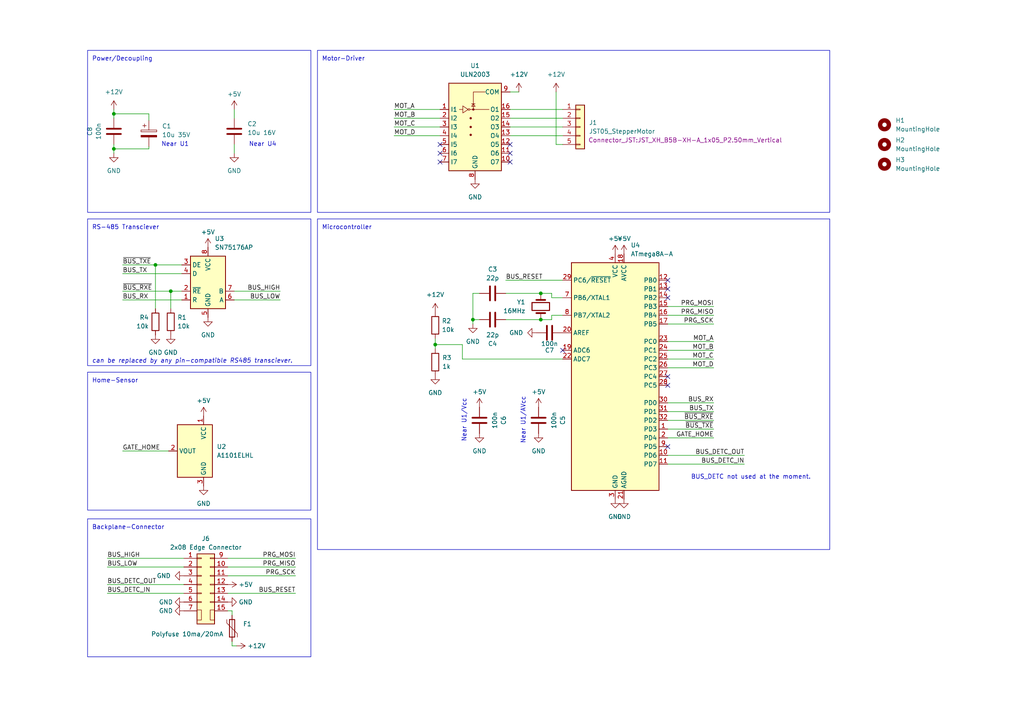
<source format=kicad_sch>
(kicad_sch (version 20231120) (generator "eeschema") (generator_version "8.0")
  (paper "A4")
  (title_block (title "Split-Flap Module Controller ") (date "2025-01-10") (rev "1") (company "Dennis Gunia www.dennisgunia.de") (comment 1 "Rev1 replaced U1 with dip variant"))
  (lib_symbols
    (symbol "Connector_Generic:Conn_01x05" (pin_names (offset 1.016) hide)
      (property "Reference" "J" (at 0 7.62 0))
      (property "Value" "Conn_01x05" (at 0 -7.62 0))
      (symbol "Conn_01x05_1_1"
        (rectangle (start -1.27 -4.953) (end 0 -5.207) (stroke (width 0.1524)))
        (rectangle (start -1.27 -2.413) (end 0 -2.667) (stroke (width 0.1524)))
        (rectangle (start -1.27 0.127) (end 0 -0.127) (stroke (width 0.1524)))
        (rectangle (start -1.27 2.667) (end 0 2.413) (stroke (width 0.1524)))
        (rectangle (start -1.27 5.207) (end 0 4.953) (stroke (width 0.1524)))
        (rectangle (start -1.27 6.35) (end 1.27 -6.35) (stroke (width 0.254)) (fill (type background)))
        (pin passive line (at -5.08 5.08 0) (length 3.81) (name "Pin_1") (number "1"))
        (pin passive line (at -5.08 2.54 0) (length 3.81) (name "Pin_2") (number "2"))
        (pin passive line (at -5.08 0 0) (length 3.81) (name "Pin_3") (number "3"))
        (pin passive line (at -5.08 -2.54 0) (length 3.81) (name "Pin_4") (number "4"))
        (pin passive line (at -5.08 -5.08 0) (length 3.81) (name "Pin_5") (number "5"))
      )
    )
    (symbol "Connector_Generic:Conn_02x08_Top_Bottom" (pin_names (offset 1.016) hide)
      (property "Reference" "J6" (at 1.27 13.335 0))
      (property "Value" "2x08 Edge Connector" (at 1.27 10.795 0))
      (symbol "Conn_02x08_Top_Bottom_1_1"
        (rectangle (start -1.27 -7.366) (end 0 -10.287) (stroke (width 0.1524)))
        (rectangle (start -1.27 -4.953) (end 0 -5.207) (stroke (width 0.1524)))
        (rectangle (start -1.27 -2.413) (end 0 -2.667) (stroke (width 0.1524)))
        (rectangle (start -1.27 0.127) (end 0 -0.127) (stroke (width 0.1524)))
        (rectangle (start -1.27 2.667) (end 0 2.413) (stroke (width 0.1524)))
        (rectangle (start -1.27 5.207) (end 0 4.953) (stroke (width 0.1524)))
        (rectangle (start -1.27 7.747) (end 0 7.493) (stroke (width 0.1524)))
        (rectangle (start -1.27 8.89) (end 3.81 -11.43) (stroke (width 0.254)) (fill (type background)))
        (rectangle (start 2.54 -7.366) (end 3.81 -10.287) (stroke (width 0.1524)))
        (rectangle (start 3.81 -4.953) (end 2.54 -5.207) (stroke (width 0.1524)))
        (rectangle (start 3.81 -2.413) (end 2.54 -2.667) (stroke (width 0.1524)))
        (rectangle (start 3.81 0.127) (end 2.54 -0.127) (stroke (width 0.1524)))
        (rectangle (start 3.81 2.667) (end 2.54 2.413) (stroke (width 0.1524)))
        (rectangle (start 3.81 5.207) (end 2.54 4.953) (stroke (width 0.1524)))
        (rectangle (start 3.81 7.747) (end 2.54 7.493) (stroke (width 0.1524)))
        (pin passive line (at -5.08 7.62 0) (length 3.81) (name "Pin_1") (number "1"))
        (pin passive line (at 7.62 5.08 180) (length 3.81) (name "Pin_10") (number "10"))
        (pin passive line (at 7.62 2.54 180) (length 3.81) (name "Pin_11") (number "11"))
        (pin passive line (at 7.62 0 180) (length 3.81) (name "Pin_12") (number "12"))
        (pin passive line (at 7.62 -2.54 180) (length 3.81) (name "Pin_13") (number "13"))
        (pin passive line (at 7.62 -5.08 180) (length 3.81) (name "Pin_14") (number "14"))
        (pin passive line (at 7.62 -7.62 180) (length 3.81) (name "Pin_15") (number "15"))
        (pin no_connect line (at 7.62 -10.16 180) (length 3.81) hide (name "Pin_16") (number "16"))
        (pin passive line (at -5.08 5.08 0) (length 3.81) (name "Pin_2") (number "2"))
        (pin passive line (at -5.08 2.54 0) (length 3.81) (name "Pin_3") (number "3"))
        (pin passive line (at -5.08 0 0) (length 3.81) (name "Pin_4") (number "4"))
        (pin passive line (at -5.08 -2.54 0) (length 3.81) (name "Pin_5") (number "5"))
        (pin passive line (at -5.08 -5.08 0) (length 3.81) (name "Pin_6") (number "6"))
        (pin passive line (at -5.08 -7.62 0) (length 3.81) (name "Pin_7") (number "7"))
        (pin no_connect line (at -5.08 -10.16 0) (length 3.81) hide (name "Pin_8") (number "8"))
        (pin passive line (at 7.62 7.62 180) (length 3.81) (name "Pin_9") (number "9"))
      )
    )
    (symbol "Device:C" (pin_numbers hide) (pin_names (offset 0.254))
      (property "Reference" "C" (at 0.635 2.54 0))
      (property "Value" "C" (at 0.635 -2.54 0))
      (symbol "C_0_1"
        (polyline (pts (xy -2.032 -0.762) (xy 2.032 -0.762)) (stroke (width 0.508)))
        (polyline (pts (xy -2.032 0.762) (xy 2.032 0.762)) (stroke (width 0.508)))
      )
      (symbol "C_1_1"
        (pin passive line (at 0 3.81 270) (length 2.794) (name "~") (number "1"))
        (pin passive line (at 0 -3.81 90) (length 2.794) (name "~") (number "2"))
      )
    )
    (symbol "Device:C_Polarized" (pin_numbers hide) (pin_names (offset 0.254))
      (property "Reference" "C" (at 0.635 2.54 0))
      (property "Value" "C_Polarized" (at 0.635 -2.54 0))
      (symbol "C_Polarized_0_1"
        (rectangle (start -2.286 0.508) (end 2.286 1.016))
        (polyline (pts (xy -1.778 2.286) (xy -0.762 2.286)))
        (polyline (pts (xy -1.27 2.794) (xy -1.27 1.778)))
        (rectangle (start 2.286 -0.508) (end -2.286 -1.016) (fill (type outline)))
      )
      (symbol "C_Polarized_1_1"
        (pin passive line (at 0 3.81 270) (length 2.794) (name "~") (number "1"))
        (pin passive line (at 0 -3.81 90) (length 2.794) (name "~") (number "2"))
      )
    )
    (symbol "Device:Crystal" (pin_numbers hide) (pin_names (offset 1.016) hide)
      (property "Reference" "Y" (at 0 3.81 0))
      (property "Value" "Crystal" (at 0 -3.81 0))
      (symbol "Crystal_0_1"
        (rectangle (start -1.143 2.54) (end 1.143 -2.54) (stroke (width 0.3048)))
        (polyline (pts (xy -2.54 0) (xy -1.905 0)))
        (polyline (pts (xy -1.905 -1.27) (xy -1.905 1.27)) (stroke (width 0.508)))
        (polyline (pts (xy 1.905 -1.27) (xy 1.905 1.27)) (stroke (width 0.508)))
        (polyline (pts (xy 2.54 0) (xy 1.905 0)))
      )
      (symbol "Crystal_1_1"
        (pin passive line (at -3.81 0 0) (length 1.27) (name "1") (number "1"))
        (pin passive line (at 3.81 0 180) (length 1.27) (name "2") (number "2"))
      )
    )
    (symbol "Device:Polyfuse" (pin_numbers hide) (pin_names (offset 0))
      (property "Reference" "F" (at -2.54 0 90))
      (property "Value" "Polyfuse" (at 2.54 0 90))
      (symbol "Polyfuse_0_1"
        (rectangle (start -0.762 2.54) (end 0.762 -2.54) (stroke (width 0.254)))
        (polyline (pts (xy 0 2.54) (xy 0 -2.54)))
        (polyline (pts (xy -1.524 2.54) (xy -1.524 1.524) (xy 1.524 -1.524) (xy 1.524 -2.54)))
      )
      (symbol "Polyfuse_1_1"
        (pin passive line (at 0 3.81 270) (length 1.27) (name "~") (number "1"))
        (pin passive line (at 0 -3.81 90) (length 1.27) (name "~") (number "2"))
      )
    )
    (symbol "Device:R" (pin_numbers hide) (pin_names (offset 0))
      (property "Reference" "R" (at 2.032 0 90))
      (property "Value" "R" (at 0 0 90))
      (symbol "R_0_1"
        (rectangle (start -1.016 -2.54) (end 1.016 2.54) (stroke (width 0.254)))
      )
      (symbol "R_1_1"
        (pin passive line (at 0 3.81 270) (length 1.27) (name "~") (number "1"))
        (pin passive line (at 0 -3.81 90) (length 1.27) (name "~") (number "2"))
      )
    )
    (symbol "Interface_UART:SN75176AP"
      (property "Reference" "U" (at -4.318 8.89 0))
      (property "Value" "SN75176AP" (at 1.016 8.89 0))
      (symbol "SN75176AP_0_1"
        (rectangle (start -5.08 7.62) (end 5.08 -7.62) (stroke (width 0.254)) (fill (type background)))
      )
      (symbol "SN75176AP_1_1"
        (pin output line (at -7.62 -5.08 0) (length 2.54) (name "R") (number "1"))
        (pin input line (at -7.62 -2.54 0) (length 2.54) (name "~{RE}") (number "2"))
        (pin input line (at -7.62 5.08 0) (length 2.54) (name "DE") (number "3"))
        (pin input line (at -7.62 2.54 0) (length 2.54) (name "D") (number "4"))
        (pin power_in line (at 0 -10.16 90) (length 2.54) (name "GND") (number "5"))
        (pin bidirectional line (at 7.62 -5.08 180) (length 2.54) (name "A") (number "6"))
        (pin bidirectional line (at 7.62 -2.54 180) (length 2.54) (name "B") (number "7"))
        (pin power_in line (at 0 10.16 270) (length 2.54) (name "VCC") (number "8"))
      )
    )
    (symbol "MCU_Microchip_ATmega:ATmega8A-A"
      (property "Reference" "U" (at -12.7 34.29 0))
      (property "Value" "ATmega8A-A" (at 5.08 -34.29 0))
      (symbol "ATmega8A-A_0_1"
        (rectangle (start -12.7 -33.02) (end 12.7 33.02) (stroke (width 0.254)) (fill (type background)))
      )
      (symbol "ATmega8A-A_1_1"
        (pin bidirectional line (at 15.24 -15.24 180) (length 2.54) (name "PD3") (number "1"))
        (pin bidirectional line (at 15.24 -22.86 180) (length 2.54) (name "PD6") (number "10"))
        (pin bidirectional line (at 15.24 -25.4 180) (length 2.54) (name "PD7") (number "11"))
        (pin bidirectional line (at 15.24 27.94 180) (length 2.54) (name "PB0") (number "12"))
        (pin bidirectional line (at 15.24 25.4 180) (length 2.54) (name "PB1") (number "13"))
        (pin bidirectional line (at 15.24 22.86 180) (length 2.54) (name "PB2") (number "14"))
        (pin bidirectional line (at 15.24 20.32 180) (length 2.54) (name "PB3") (number "15"))
        (pin bidirectional line (at 15.24 17.78 180) (length 2.54) (name "PB4") (number "16"))
        (pin bidirectional line (at 15.24 15.24 180) (length 2.54) (name "PB5") (number "17"))
        (pin power_in line (at 2.54 35.56 270) (length 2.54) (name "AVCC") (number "18"))
        (pin input line (at -15.24 7.62 0) (length 2.54) (name "ADC6") (number "19"))
        (pin bidirectional line (at 15.24 -17.78 180) (length 2.54) (name "PD4") (number "2"))
        (pin passive line (at -15.24 12.7 0) (length 2.54) (name "AREF") (number "20"))
        (pin power_in line (at 2.54 -35.56 90) (length 2.54) (name "AGND") (number "21"))
        (pin input line (at -15.24 5.08 0) (length 2.54) (name "ADC7") (number "22"))
        (pin bidirectional line (at 15.24 10.16 180) (length 2.54) (name "PC0") (number "23"))
        (pin bidirectional line (at 15.24 7.62 180) (length 2.54) (name "PC1") (number "24"))
        (pin bidirectional line (at 15.24 5.08 180) (length 2.54) (name "PC2") (number "25"))
        (pin bidirectional line (at 15.24 2.54 180) (length 2.54) (name "PC3") (number "26"))
        (pin bidirectional line (at 15.24 0 180) (length 2.54) (name "PC4") (number "27"))
        (pin bidirectional line (at 15.24 -2.54 180) (length 2.54) (name "PC5") (number "28"))
        (pin bidirectional line (at -15.24 27.94 0) (length 2.54) (name "PC6/~{RESET}") (number "29"))
        (pin power_in line (at 0 -35.56 90) (length 2.54) (name "GND") (number "3"))
        (pin bidirectional line (at 15.24 -7.62 180) (length 2.54) (name "PD0") (number "30"))
        (pin bidirectional line (at 15.24 -10.16 180) (length 2.54) (name "PD1") (number "31"))
        (pin bidirectional line (at 15.24 -12.7 180) (length 2.54) (name "PD2") (number "32"))
        (pin power_in line (at 0 35.56 270) (length 2.54) (name "VCC") (number "4"))
        (pin passive line (at 0 -35.56 90) (length 2.54) hide (name "GND") (number "5"))
        (pin passive line (at 0 35.56 270) (length 2.54) hide (name "VCC") (number "6"))
        (pin bidirectional line (at -15.24 22.86 0) (length 2.54) (name "PB6/XTAL1") (number "7"))
        (pin bidirectional line (at -15.24 17.78 0) (length 2.54) (name "PB7/XTAL2") (number "8"))
        (pin bidirectional line (at 15.24 -20.32 180) (length 2.54) (name "PD5") (number "9"))
      )
    )
    (symbol "Mechanical:MountingHole" (pin_names (offset 1.016))
      (property "Reference" "H" (at 0 5.08 0))
      (property "Value" "MountingHole" (at 0 3.175 0))
      (symbol "MountingHole_0_1"
        (circle (center 0 0) (radius 1.27) (stroke (width 1.27)))
      )
    )
    (symbol "Sensor_Magnetic:A1101ELHL"
      (property "Reference" "U" (at 0 11.43 0))
      (property "Value" "A1101ELHL" (at 0 8.89 0))
      (symbol "A1101ELHL_0_1"
        (rectangle (start -5.08 7.62) (end 5.08 -7.62) (stroke (width 0.254)) (fill (type background)))
      )
      (symbol "A1101ELHL_1_1"
        (pin power_in line (at -2.54 10.16 270) (length 2.54) (name "VCC") (number "1"))
        (pin open_collector line (at 7.62 0 180) (length 2.54) (name "VOUT") (number "2"))
        (pin power_in line (at -2.54 -10.16 90) (length 2.54) (name "GND") (number "3"))
      )
    )
    (symbol "Transistor_Array:ULN2003"
      (property "Reference" "U" (at 0 15.875 0))
      (property "Value" "ULN2003" (at 0 13.97 0))
      (symbol "ULN2003_0_1"
        (rectangle (start -7.62 -12.7) (end 7.62 12.7) (stroke (width 0.254)) (fill (type background)))
        (circle (center -1.778 5.08) (radius 0.254))
        (circle (center -1.27 -2.286) (radius 0.254) (fill (type outline)))
        (circle (center -1.27 0) (radius 0.254) (fill (type outline)))
        (circle (center -1.27 2.54) (radius 0.254) (fill (type outline)))
        (circle (center -0.508 5.08) (radius 0.254) (fill (type outline)))
        (polyline (pts (xy -4.572 5.08) (xy -3.556 5.08)))
        (polyline (pts (xy -1.524 5.08) (xy 4.064 5.08)))
        (polyline (pts (xy 0 6.731) (xy -1.016 6.731)))
        (polyline (pts (xy -0.508 5.08) (xy -0.508 10.16) (xy 2.921 10.16)))
        (polyline (pts (xy -3.556 6.096) (xy -3.556 4.064) (xy -2.032 5.08) (xy -3.556 6.096)))
        (polyline (pts (xy 0 5.969) (xy -1.016 5.969) (xy -0.508 6.731) (xy 0 5.969)))
      )
      (symbol "ULN2003_1_1"
        (pin input line (at -10.16 5.08 0) (length 2.54) (name "I1") (number "1"))
        (pin open_collector line (at 10.16 -10.16 180) (length 2.54) (name "O7") (number "10"))
        (pin open_collector line (at 10.16 -7.62 180) (length 2.54) (name "O6") (number "11"))
        (pin open_collector line (at 10.16 -5.08 180) (length 2.54) (name "O5") (number "12"))
        (pin open_collector line (at 10.16 -2.54 180) (length 2.54) (name "O4") (number "13"))
        (pin open_collector line (at 10.16 0 180) (length 2.54) (name "O3") (number "14"))
        (pin open_collector line (at 10.16 2.54 180) (length 2.54) (name "O2") (number "15"))
        (pin open_collector line (at 10.16 5.08 180) (length 2.54) (name "O1") (number "16"))
        (pin input line (at -10.16 2.54 0) (length 2.54) (name "I2") (number "2"))
        (pin input line (at -10.16 0 0) (length 2.54) (name "I3") (number "3"))
        (pin input line (at -10.16 -2.54 0) (length 2.54) (name "I4") (number "4"))
        (pin input line (at -10.16 -5.08 0) (length 2.54) (name "I5") (number "5"))
        (pin input line (at -10.16 -7.62 0) (length 2.54) (name "I6") (number "6"))
        (pin input line (at -10.16 -10.16 0) (length 2.54) (name "I7") (number "7"))
        (pin power_in line (at 0 -15.24 90) (length 2.54) (name "GND") (number "8"))
        (pin passive line (at 10.16 10.16 180) (length 2.54) (name "COM") (number "9"))
      )
    )
    (symbol "power:+12V" (power) (pin_names (offset 0))
      (property "Value" "+12V" (at 0 3.556 0))
      (symbol "+12V_0_1"
        (polyline (pts (xy -0.762 1.27) (xy 0 2.54)))
        (polyline (pts (xy 0 0) (xy 0 2.54)))
        (polyline (pts (xy 0 2.54) (xy 0.762 1.27)))
      )
      (symbol "+12V_1_1"
        (pin power_in line (at 0 0 90) (length 0) hide (name "+12V") (number "1"))
      )
    )
    (symbol "power:+5V" (power) (pin_names (offset 0))
      (property "Value" "+5V" (at 0 3.556 0))
      (symbol "+5V_0_1"
        (polyline (pts (xy -0.762 1.27) (xy 0 2.54)))
        (polyline (pts (xy 0 0) (xy 0 2.54)))
        (polyline (pts (xy 0 2.54) (xy 0.762 1.27)))
      )
      (symbol "+5V_1_1"
        (pin power_in line (at 0 0 90) (length 0) hide (name "+5V") (number "1"))
      )
    )
    (symbol "power:GND" (power) (pin_names (offset 0))
      (property "Value" "GND" (at 0 -3.81 0))
      (symbol "GND_0_1"
        (polyline (pts (xy 0 0) (xy 0 -1.27) (xy 1.27 -1.27) (xy 0 -2.54) (xy -1.27 -1.27) (xy 0 -1.27)))
      )
      (symbol "GND_1_1"
        (pin power_in line (at 0 0 270) (length 0) hide (name "GND") (number "1"))
      )
    )
  )
  (junction (at 45.085 76.835))
  (junction (at 137.16 92.71))
  (junction (at 156.845 92.71))
  (junction (at 33.02 43.18))
  (junction (at 156.845 85.09))
  (junction (at 49.53 84.455))
  (junction (at 126.238 99.949))
  (junction (at 33.02 33.02))
  (no_connect (at 163.195 101.6))
  (no_connect (at 193.675 81.28))
  (no_connect (at 147.955 41.91))
  (no_connect (at 193.675 86.36))
  (no_connect (at 147.955 44.45))
  (no_connect (at 193.675 129.54))
  (no_connect (at 193.675 111.76))
  (no_connect (at 193.675 109.22))
  (no_connect (at 127.635 46.99))
  (no_connect (at 127.635 44.45))
  (no_connect (at 127.635 41.91))
  (no_connect (at 147.955 46.99))
  (no_connect (at 193.675 83.82))
  (wire (pts (xy 35.56 84.455) (xy 49.53 84.455)))
  (wire (pts (xy 193.675 106.68) (xy 207.01 106.68)))
  (wire (pts (xy 193.675 91.44) (xy 207.01 91.44)))
  (wire (pts (xy 193.675 88.9) (xy 207.01 88.9)))
  (wire (pts (xy 53.34 172.085) (xy 31.115 172.085)))
  (wire (pts (xy 193.675 134.62) (xy 215.9 134.62)))
  (wire (pts (xy 160.02 86.36) (xy 163.195 86.36)))
  (wire (pts (xy 45.085 89.535) (xy 45.085 76.835)))
  (wire (pts (xy 146.685 85.09) (xy 156.845 85.09)))
  (wire (pts (xy 33.02 41.91) (xy 33.02 43.18)))
  (wire (pts (xy 146.685 81.28) (xy 163.195 81.28)))
  (wire (pts (xy 160.02 92.71) (xy 160.02 91.44)))
  (wire (pts (xy 67.31 187.325) (xy 68.58 187.325)))
  (wire (pts (xy 33.02 34.29) (xy 33.02 33.02)))
  (wire (pts (xy 193.675 93.98) (xy 207.01 93.98)))
  (wire (pts (xy 127.635 36.83) (xy 114.3 36.83)))
  (wire (pts (xy 67.31 177.165) (xy 67.31 178.435)))
  (wire (pts (xy 49.53 84.455) (xy 49.53 89.535)))
  (wire (pts (xy 160.02 91.44) (xy 163.195 91.44)))
  (wire (pts (xy 67.945 84.455) (xy 81.28 84.455)))
  (wire (pts (xy 52.705 86.995) (xy 35.56 86.995)))
  (wire (pts (xy 66.04 177.165) (xy 67.31 177.165)))
  (wire (pts (xy 43.18 42.545) (xy 43.18 43.18)))
  (wire (pts (xy 127.635 34.29) (xy 114.3 34.29)))
  (wire (pts (xy 66.04 172.085) (xy 85.725 172.085)))
  (wire (pts (xy 161.29 41.91) (xy 163.195 41.91)))
  (wire (pts (xy 126.238 101.219) (xy 126.238 99.949)))
  (wire (pts (xy 31.115 164.465) (xy 53.34 164.465)))
  (wire (pts (xy 67.945 31.75) (xy 67.945 34.29)))
  (wire (pts (xy 66.04 164.465) (xy 85.725 164.465)))
  (wire (pts (xy 147.955 39.37) (xy 163.195 39.37)))
  (wire (pts (xy 67.31 186.055) (xy 67.31 187.325)))
  (wire (pts (xy 147.955 26.67) (xy 150.495 26.67)))
  (wire (pts (xy 126.238 99.949) (xy 126.238 98.171)))
  (wire (pts (xy 156.845 85.09) (xy 160.02 85.09)))
  (wire (pts (xy 43.18 33.02) (xy 33.02 33.02)))
  (wire (pts (xy 146.685 92.71) (xy 156.845 92.71)))
  (wire (pts (xy 139.065 85.09) (xy 137.16 85.09)))
  (wire (pts (xy 35.56 76.835) (xy 45.085 76.835)))
  (wire (pts (xy 193.675 101.6) (xy 207.01 101.6)))
  (wire (pts (xy 137.16 85.09) (xy 137.16 92.71)))
  (wire (pts (xy 193.675 116.84) (xy 207.01 116.84)))
  (wire (pts (xy 127.635 39.37) (xy 114.3 39.37)))
  (wire (pts (xy 33.02 43.18) (xy 33.02 44.45)))
  (wire (pts (xy 53.34 169.545) (xy 31.115 169.545)))
  (wire (pts (xy 33.02 43.18) (xy 43.18 43.18)))
  (wire (pts (xy 147.955 34.29) (xy 163.195 34.29)))
  (wire (pts (xy 134.112 99.949) (xy 134.112 104.14)))
  (wire (pts (xy 193.675 104.14) (xy 207.01 104.14)))
  (wire (pts (xy 66.04 161.925) (xy 85.725 161.925)))
  (wire (pts (xy 43.18 34.925) (xy 43.18 33.02)))
  (wire (pts (xy 193.675 119.38) (xy 207.01 119.38)))
  (wire (pts (xy 66.04 167.005) (xy 85.725 167.005)))
  (wire (pts (xy 126.238 99.949) (xy 134.112 99.949)))
  (wire (pts (xy 52.705 79.375) (xy 35.56 79.375)))
  (wire (pts (xy 67.945 86.995) (xy 81.28 86.995)))
  (wire (pts (xy 127.635 31.75) (xy 114.3 31.75)))
  (wire (pts (xy 67.945 41.91) (xy 67.945 44.45)))
  (wire (pts (xy 193.675 124.46) (xy 207.01 124.46)))
  (wire (pts (xy 137.16 92.71) (xy 137.16 93.98)))
  (wire (pts (xy 193.675 99.06) (xy 207.01 99.06)))
  (wire (pts (xy 161.29 26.67) (xy 161.29 41.91)))
  (wire (pts (xy 160.02 85.09) (xy 160.02 86.36)))
  (wire (pts (xy 52.705 84.455) (xy 49.53 84.455)))
  (wire (pts (xy 33.02 31.75) (xy 33.02 33.02)))
  (wire (pts (xy 156.845 92.71) (xy 160.02 92.71)))
  (wire (pts (xy 193.675 132.08) (xy 215.9 132.08)))
  (wire (pts (xy 163.195 104.14) (xy 134.112 104.14)))
  (wire (pts (xy 45.085 76.835) (xy 52.705 76.835)))
  (wire (pts (xy 53.34 161.925) (xy 31.115 161.925)))
  (wire (pts (xy 193.675 121.92) (xy 207.01 121.92)))
  (wire (pts (xy 147.955 31.75) (xy 163.195 31.75)))
  (wire (pts (xy 147.955 36.83) (xy 163.195 36.83)))
  (wire (pts (xy 139.065 92.71) (xy 137.16 92.71)))
  (wire (pts (xy 48.895 130.81) (xy 35.56 130.81)))
  (wire (pts (xy 193.675 127) (xy 207.01 127)))
  (rectangle (start 92.075 14.605) (end 240.665 61.595))
  (rectangle (start 25.4 107.95) (end 90.17 147.955))
  (rectangle (start 25.4 63.5) (end 90.17 106.045))
  (rectangle (start 92.075 63.5) (end 240.665 159.385))
  (rectangle (start 25.4 150.495) (end 90.17 190.5))
  (rectangle (start 25.4 14.605) (end 90.17 61.595))
  (text "Motor-Driver\n" (at 93.345 17.145 0) (effects (font (size 1.27 1.27)) (justify left)))
  (text "RS-485 Transciever" (at 26.67 66.04 0) (effects (font (size 1.27 1.27)) (justify left)))
  (text "Power/Decoupling\n" (at 26.67 17.145 0) (effects (font (size 1.27 1.27)) (justify left)))
  (text "Home-Sensor" (at 26.67 110.49 0) (effects (font (size 1.27 1.27)) (justify left)))
  (text "Backplane-Connector" (at 26.67 153.035 0) (effects (font (size 1.27 1.27)) (justify left)))
  (text "BUS_DETC not used at the moment." (at 217.805 138.43 0) (effects (font (size 1.27 1.27))))
  (text "Near U1\n" (at 50.8 41.91 0) (effects (font (size 1.27 1.27))))
  (text "can be replaced by any pin-compatible RS485 transciever." (at 26.67 104.775 0) (effects (font (size 1.27 1.27) (italic yes)) (justify left)))
  (text "Near U1/AVcc" (at 151.765 121.92 90) (effects (font (size 1.27 1.27))))
  (text "Near U1/Vcc" (at 134.62 121.92 90) (effects (font (size 1.27 1.27))))
  (text "Microcontroller" (at 93.345 66.04 0) (effects (font (size 1.27 1.27)) (justify left)))
  (text "Near U4\n" (at 76.2 41.91 0) (effects (font (size 1.27 1.27))))
  (label "BUS_TX" (at 35.56 79.375 0))
  (label "MOT_A" (at 114.3 31.75 0))
  (label "MOT_C" (at 207.01 104.14 180))
  (label "BUS_RESET" (at 85.725 172.085 180))
  (label "BUS_RX" (at 207.01 116.84 180))
  (label "GATE_HOME" (at 207.01 127 180))
  (label "MOT_C" (at 114.3 36.83 0))
  (label "MOT_D" (at 114.3 39.37 0))
  (label "MOT_A" (at 207.01 99.06 180))
  (label "BUS_RX" (at 35.56 86.995 0))
  (label "BUS_DETC_OUT" (at 31.115 169.545 0))
  (label "PRG_SCK" (at 207.01 93.98 180))
  (label "BUS_HIGH" (at 81.28 84.455 180))
  (label "MOT_D" (at 207.01 106.68 180))
  (label "PRG_MISO" (at 207.01 91.44 180))
  (label "BUS_HIGH" (at 31.115 161.925 0))
  (label "BUS_DETC_IN" (at 215.9 134.62 180))
  (label "MOT_B" (at 114.3 34.29 0))
  (label "GATE_HOME" (at 35.56 130.81 0))
  (label "PRG_MISO" (at 85.725 164.465 180))
  (label "BUS_RESET" (at 146.685 81.28 0))
  (label "MOT_B" (at 207.01 101.6 180))
  (label "~{BUS_TXE}" (at 207.01 124.46 180))
  (label "PRG_MOSI" (at 85.725 161.925 180))
  (label "~{BUS_TXE}" (at 35.56 76.835 0))
  (label "~{BUS_RXE}" (at 207.01 121.92 180))
  (label "BUS_LOW" (at 81.28 86.995 180))
  (label "~{BUS_RXE}" (at 35.56 84.455 0))
  (label "BUS_LOW" (at 31.115 164.465 0))
  (label "BUS_DETC_OUT" (at 215.9 132.08 180))
  (label "PRG_MOSI" (at 207.01 88.9 180))
  (label "BUS_DETC_IN" (at 31.115 172.085 0))
  (label "BUS_TX" (at 207.01 119.38 180))
  (label "PRG_SCK" (at 85.725 167.005 180))
  (symbol (lib_id "power:+5V") (at 180.975 73.66 0) (unit 1)
    (property "Reference" "#PWR07" (effects (hide yes)))
    (property "Value" "+5V" (at 180.975 69.215 0))
  )
  (symbol (lib_id "power:+5V") (at 67.945 31.75 0) (unit 1)
    (property "Reference" "#PWR08" (effects (hide yes)))
    (property "Value" "+5V" (at 67.945 27.305 0))
  )
  (symbol (lib_id "power:+12V") (at 126.238 90.551 0) (mirror y) (unit 1)
    (property "Reference" "#PWR028" (effects (hide yes)))
    (property "Value" "+12V" (at 126.238 85.471 0))
  )
  (symbol (lib_id "Device:Polyfuse") (at 67.31 182.245 0) (unit 1)
    (property "Reference" "F1" (at 70.485 180.975 0) (effects (justify left)))
    (property "Value" "Polyfuse 10ma/20mA" (at 43.815 183.896 0) (effects (justify left)))
    (property "Footprint" "Capacitor_THT:C_Disc_D7.5mm_W2.5mm_P5.00mm" (effects (hide yes)))
  )
  (symbol (lib_id "Device:C") (at 156.21 121.92 0) (mirror x) (unit 1)
    (property "Reference" "C5" (at 163.195 121.92 90))
    (property "Value" "100n" (at 160.655 121.92 90))
    (property "Footprint" "Capacitor_SMD:C_0805_2012Metric" (effects (hide yes)))
  )
  (symbol (lib_id "Sensor_Magnetic:A1101ELHL") (at 56.515 130.81 0) (mirror y) (unit 1)
    (property "Reference" "U2" (at 62.865 129.54 0) (effects (justify right)))
    (property "Value" "A1101ELHL" (at 62.865 132.08 0) (effects (justify right)))
    (property "Footprint" "Package_TO_SOT_SMD:SOT-23W" (effects (hide yes)))
    (property "Datasheet" "https://www.allegromicro.com/-/media/files/datasheets/a110x-datasheet.ashx" (effects (hide yes)))
  )
  (symbol (lib_id "Device:C_Polarized") (at 43.18 38.735 0) (unit 1)
    (property "Reference" "C1" (at 46.99 36.576 0) (effects (justify left)))
    (property "Value" "10u 35V" (at 46.99 39.116 0) (effects (justify left)))
    (property "Footprint" "Capacitor_THT:CP_Radial_D6.3mm_P2.50mm" (effects (hide yes)))
  )
  (symbol (lib_id "Connector_Generic:Conn_01x05") (at 168.275 36.83 0) (unit 1)
    (property "Reference" "J1" (at 170.815 35.56 0) (effects (justify left)))
    (property "Value" "JST05_StepperMotor" (at 170.815 38.1 0) (effects (justify left)))
    (property "Footprint" "Connector_JST:JST_XH_B5B-XH-A_1x05_P2.50mm_Vertical" (at 198.755 40.64 0))
  )
  (symbol (lib_id "power:+5V") (at 66.04 169.545 270) (unit 1)
    (property "Reference" "#PWR019" (effects (hide yes)))
    (property "Value" "+5V" (at 69.215 169.545 90) (effects (justify left)))
  )
  (symbol (lib_id "Device:R") (at 126.238 94.361 0) (unit 1)
    (property "Reference" "R2" (at 128.143 93.091 0) (effects (justify left)))
    (property "Value" "10k" (at 128.143 95.631 0) (effects (justify left)))
    (property "Footprint" "Resistor_SMD:R_0805_2012Metric" (effects (hide yes)))
  )
  (symbol (lib_id "power:GND") (at 139.065 125.73 0) (mirror y) (unit 1)
    (property "Reference" "#PWR027" (effects (hide yes)))
    (property "Value" "GND" (at 139.065 130.81 0))
  )
  (symbol (lib_id "power:+12V") (at 150.495 26.67 0) (unit 1)
    (property "Reference" "#PWR02" (effects (hide yes)))
    (property "Value" "+12V" (at 150.495 21.59 0))
  )
  (symbol (lib_id "power:GND") (at 66.04 174.625 90) (unit 1)
    (property "Reference" "#PWR022" (effects (hide yes)))
    (property "Value" "GND" (at 69.215 174.625 90) (effects (justify right)))
  )
  (symbol (lib_id "power:GND") (at 60.325 92.075 0) (mirror y) (unit 1)
    (property "Reference" "#PWR010" (effects (hide yes)))
    (property "Value" "GND" (at 60.325 97.155 0))
  )
  (symbol (lib_id "power:+12V") (at 161.29 26.67 0) (unit 1)
    (property "Reference" "#PWR01" (effects (hide yes)))
    (property "Value" "+12V" (at 161.29 21.59 0))
  )
  (symbol (lib_id "power:+5V") (at 60.325 71.755 0) (unit 1)
    (property "Reference" "#PWR09" (effects (hide yes)))
    (property "Value" "+5V" (at 60.325 67.31 0))
  )
  (symbol (lib_id "power:GND") (at 53.34 167.005 270) (unit 1)
    (property "Reference" "#PWR023" (effects (hide yes)))
    (property "Value" "GND" (at 49.53 167.005 90) (effects (justify right)))
  )
  (symbol (lib_id "power:GND") (at 33.02 44.45 0) (mirror y) (unit 1)
    (property "Reference" "#PWR05" (effects (hide yes)))
    (property "Value" "GND" (at 33.02 49.53 0))
  )
  (symbol (lib_id "power:GND") (at 155.575 96.52 270) (mirror x) (unit 1)
    (property "Reference" "#PWR014" (effects (hide yes)))
    (property "Value" "GND" (at 151.765 96.5199 90) (effects (justify right)))
  )
  (symbol (lib_id "Device:R") (at 126.238 105.029 0) (unit 1)
    (property "Reference" "R3" (at 128.27 103.7589 0) (effects (justify left)))
    (property "Value" "1k" (at 128.27 106.2989 0) (effects (justify left)))
    (property "Footprint" "Resistor_SMD:R_0805_2012Metric" (effects (hide yes)))
  )
  (symbol (lib_id "Connector_Generic:Conn_02x08_Top_Bottom") (at 58.42 169.545 0) (unit 1)
    (property "Reference" "J6" (at 59.69 156.21 0))
    (property "Value" "2x08 Edge Connector" (at 59.69 158.75 0))
    (property "Footprint" "Dennis:Card Edge 16 power" (effects (hide yes)))
  )
  (symbol (lib_id "Device:C") (at 67.945 38.1 0) (unit 1)
    (property "Reference" "C2" (at 71.755 35.941 0) (effects (justify left)))
    (property "Value" "10u 16V" (at 71.755 38.481 0) (effects (justify left)))
    (property "Footprint" "Capacitor_SMD:C_1206_3216Metric" (effects (hide yes)))
    (property "Description" "Unpolarized capacitor" (effects (hide yes)))
  )
  (symbol (lib_id "Device:R") (at 45.085 93.345 0) (mirror y) (unit 1)
    (property "Reference" "R4" (at 43.18 92.075 0) (effects (justify left)))
    (property "Value" "10k" (at 43.18 94.615 0) (effects (justify left)))
    (property "Footprint" "Resistor_SMD:R_0805_2012Metric" (effects (hide yes)))
  )
  (symbol (lib_id "Mechanical:MountingHole") (at 256.54 47.625 0) (unit 1)
    (property "Reference" "H3" (at 259.715 46.355 0) (effects (justify left)))
    (property "Value" "MountingHole" (at 259.715 48.895 0) (effects (justify left)))
    (property "Footprint" "MountingHole:MountingHole_3.2mm_M3" (effects (hide yes)))
  )
  (symbol (lib_id "MCU_Microchip_ATmega:ATmega8A-A") (at 178.435 109.22 0) (unit 1)
    (property "Reference" "U4" (at 182.9309 71.12 0) (effects (justify left)))
    (property "Value" "ATmega8A-A" (at 182.9309 73.66 0) (effects (justify left)))
    (property "Footprint" "Package_QFP:TQFP-32_7x7mm_P0.8mm" (effects (hide yes)))
    (property "Datasheet" "http://ww1.microchip.com/downloads/en/DeviceDoc/Microchip%208bit%20mcu%20AVR%20ATmega8A%20data%20sheet%2040001974A.pdf" (effects (hide yes)))
  )
  (symbol (lib_id "Device:C") (at 142.875 85.09 90) (unit 1)
    (property "Reference" "C3" (at 142.875 78.105 90))
    (property "Value" "22p" (at 142.875 80.645 90))
    (property "Footprint" "Capacitor_SMD:C_0805_2012Metric" (effects (hide yes)))
  )
  (symbol (lib_id "power:+12V") (at 33.02 31.75 0) (mirror y) (unit 1)
    (property "Reference" "#PWR04" (effects (hide yes)))
    (property "Value" "+12V" (at 33.02 26.67 0))
  )
  (symbol (lib_id "Device:C") (at 142.875 92.71 90) (mirror x) (unit 1)
    (property "Reference" "C4" (at 142.875 99.695 90))
    (property "Value" "22p" (at 142.875 97.155 90))
    (property "Footprint" "Capacitor_SMD:C_0805_2012Metric" (effects (hide yes)))
  )
  (symbol (lib_id "power:GND") (at 59.055 140.97 0) (unit 1)
    (property "Reference" "#PWR012" (effects (hide yes)))
    (property "Value" "GND" (at 59.055 146.05 0))
  )
  (symbol (lib_id "power:GND") (at 45.085 97.155 0) (mirror y) (unit 1)
    (property "Reference" "#PWR030" (effects (hide yes)))
    (property "Value" "GND" (at 45.085 102.235 0))
  )
  (symbol (lib_id "Device:Crystal") (at 156.845 88.9 270) (unit 1)
    (property "Reference" "Y1" (at 152.4 87.63 90) (effects (justify right)))
    (property "Value" "16MHz" (at 152.4 90.17 90) (effects (justify right)))
    (property "Footprint" "Crystal:Crystal_HC49-U_Vertical" (effects (hide yes)))
  )
  (symbol (lib_id "power:+12V") (at 68.58 187.325 270) (unit 1)
    (property "Reference" "#PWR020" (effects (hide yes)))
    (property "Value" "+12V" (at 71.755 187.325 90) (effects (justify left)))
  )
  (symbol (lib_id "power:+5V") (at 59.055 120.65 0) (unit 1)
    (property "Reference" "#PWR011" (effects (hide yes)))
    (property "Value" "+5V" (at 59.055 116.205 0))
  )
  (symbol (lib_id "power:GND") (at 126.238 108.839 0) (mirror y) (unit 1)
    (property "Reference" "#PWR029" (effects (hide yes)))
    (property "Value" "GND" (at 126.238 113.919 0))
  )
  (symbol (lib_id "power:GND") (at 178.435 144.78 0) (mirror y) (unit 1)
    (property "Reference" "#PWR06" (effects (hide yes)))
    (property "Value" "GND" (at 178.435 149.86 0))
  )
  (symbol (lib_id "Device:C") (at 159.385 96.52 90) (mirror x) (unit 1)
    (property "Reference" "C7" (at 159.385 101.6 90))
    (property "Value" "100n" (at 159.385 99.695 90))
    (property "Footprint" "Capacitor_SMD:C_0805_2012Metric" (effects (hide yes)))
  )
  (symbol (lib_id "Device:C") (at 33.02 38.1 0) (mirror y) (unit 1)
    (property "Reference" "C8" (at 26.035 38.1 90))
    (property "Value" "100n" (at 28.575 38.1 90))
    (property "Footprint" "Capacitor_SMD:C_0805_2012Metric" (effects (hide yes)))
  )
  (symbol (lib_id "power:GND") (at 49.53 97.155 0) (mirror y) (unit 1)
    (property "Reference" "#PWR025" (effects (hide yes)))
    (property "Value" "GND" (at 49.53 102.235 0))
  )
  (symbol (lib_id "Transistor_Array:ULN2003") (at 137.795 36.83 0) (unit 1)
    (property "Reference" "U1" (at 137.795 19.05 0))
    (property "Value" "ULN2003" (at 137.795 21.59 0))
    (property "Footprint" "Package_DIP:DIP-16_W7.62mm" (effects (hide yes)))
    (property "Datasheet" "http://www.ti.com/lit/ds/symlink/uln2003a.pdf" (effects (hide yes)))
  )
  (symbol (lib_id "Interface_UART:SN75176AP") (at 60.325 81.915 0) (unit 1)
    (property "Reference" "U3" (at 62.2809 69.215 0) (effects (justify left)))
    (property "Value" "SN75176AP" (at 62.2809 71.755 0) (effects (justify left)))
    (property "Footprint" "Package_DIP:DIP-8_W7.62mm" (effects (hide yes)))
    (property "Datasheet" "http://www.ti.com/lit/ds/symlink/sn75176a.pdf" (effects (hide yes)))
  )
  (symbol (lib_id "Device:R") (at 49.53 93.345 0) (unit 1)
    (property "Reference" "R1" (at 51.435 92.075 0) (effects (justify left)))
    (property "Value" "10k" (at 51.435 94.615 0) (effects (justify left)))
    (property "Footprint" "Resistor_SMD:R_0805_2012Metric" (effects (hide yes)))
  )
  (symbol (lib_id "power:GND") (at 67.945 44.45 0) (mirror y) (unit 1)
    (property "Reference" "#PWR031" (effects (hide yes)))
    (property "Value" "GND" (at 67.945 49.53 0))
  )
  (symbol (lib_id "Mechanical:MountingHole") (at 256.54 36.195 0) (unit 1)
    (property "Reference" "H1" (at 259.715 34.925 0) (effects (justify left)))
    (property "Value" "MountingHole" (at 259.715 37.465 0) (effects (justify left)))
    (property "Footprint" "MountingHole:MountingHole_3.2mm_M3" (effects (hide yes)))
  )
  (symbol (lib_id "Device:C") (at 139.065 121.92 0) (mirror x) (unit 1)
    (property "Reference" "C6" (at 146.05 121.92 90))
    (property "Value" "100n" (at 143.51 121.92 90))
    (property "Footprint" "Capacitor_SMD:C_0805_2012Metric" (effects (hide yes)))
  )
  (symbol (lib_id "power:+5V") (at 178.435 73.66 0) (unit 1)
    (property "Reference" "#PWR024" (effects (hide yes)))
    (property "Value" "+5V" (at 178.435 69.215 0))
  )
  (symbol (lib_id "power:GND") (at 180.975 144.78 0) (mirror y) (unit 1)
    (property "Reference" "#PWR013" (effects (hide yes)))
    (property "Value" "GND" (at 180.975 149.86 0))
  )
  (symbol (lib_id "power:GND") (at 53.34 177.165 270) (unit 1)
    (property "Reference" "#PWR018" (effects (hide yes)))
    (property "Value" "GND" (at 50.165 177.165 90) (effects (justify right)))
  )
  (symbol (lib_id "power:GND") (at 156.21 125.73 0) (mirror y) (unit 1)
    (property "Reference" "#PWR017" (effects (hide yes)))
    (property "Value" "GND" (at 156.21 130.81 0))
  )
  (symbol (lib_id "power:GND") (at 137.795 52.07 0) (unit 1)
    (property "Reference" "#PWR03" (effects (hide yes)))
    (property "Value" "GND" (at 137.795 57.15 0))
  )
  (symbol (lib_id "Mechanical:MountingHole") (at 256.54 41.91 0) (unit 1)
    (property "Reference" "H2" (at 259.715 40.64 0) (effects (justify left)))
    (property "Value" "MountingHole" (at 259.715 43.18 0) (effects (justify left)))
    (property "Footprint" "MountingHole:MountingHole_3.2mm_M3" (effects (hide yes)))
  )
  (symbol (lib_id "power:GND") (at 137.16 93.98 0) (mirror y) (unit 1)
    (property "Reference" "#PWR015" (effects (hide yes)))
    (property "Value" "GND" (at 137.16 99.06 0))
  )
  (symbol (lib_id "power:+5V") (at 156.21 118.11 0) (unit 1)
    (property "Reference" "#PWR016" (effects (hide yes)))
    (property "Value" "+5V" (at 156.21 113.665 0))
  )
  (symbol (lib_id "power:GND") (at 53.34 174.625 270) (unit 1)
    (property "Reference" "#PWR021" (effects (hide yes)))
    (property "Value" "GND" (at 50.165 174.625 90) (effects (justify right)))
  )
  (symbol (lib_id "power:+5V") (at 139.065 118.11 0) (unit 1)
    (property "Reference" "#PWR026" (effects (hide yes)))
    (property "Value" "+5V" (at 139.065 113.665 0))
  )
)
</source>
